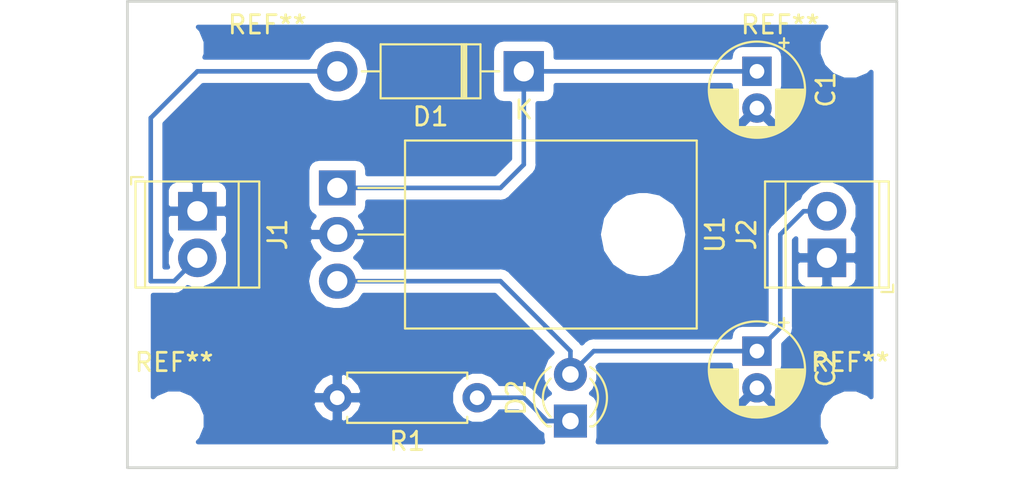
<source format=kicad_pcb>
(kicad_pcb (version 20171130) (host pcbnew 5.0.2+dfsg1-1)

  (general
    (thickness 1.6)
    (drawings 4)
    (tracks 21)
    (zones 0)
    (modules 12)
    (nets 6)
  )

  (page A4)
  (layers
    (0 F.Cu signal)
    (31 B.Cu signal)
    (32 B.Adhes user)
    (33 F.Adhes user)
    (34 B.Paste user)
    (35 F.Paste user)
    (36 B.SilkS user)
    (37 F.SilkS user)
    (38 B.Mask user)
    (39 F.Mask user)
    (40 Dwgs.User user)
    (41 Cmts.User user)
    (42 Eco1.User user)
    (43 Eco2.User user)
    (44 Edge.Cuts user)
    (45 Margin user)
    (46 B.CrtYd user)
    (47 F.CrtYd user)
    (48 B.Fab user)
    (49 F.Fab user)
  )

  (setup
    (last_trace_width 0.25)
    (trace_clearance 0.2)
    (zone_clearance 0.508)
    (zone_45_only no)
    (trace_min 0.2)
    (segment_width 0.2)
    (edge_width 0.15)
    (via_size 0.8)
    (via_drill 0.4)
    (via_min_size 0.4)
    (via_min_drill 0.3)
    (uvia_size 0.3)
    (uvia_drill 0.1)
    (uvias_allowed no)
    (uvia_min_size 0.2)
    (uvia_min_drill 0.1)
    (pcb_text_width 0.3)
    (pcb_text_size 1.5 1.5)
    (mod_edge_width 0.15)
    (mod_text_size 1 1)
    (mod_text_width 0.15)
    (pad_size 1.524 1.524)
    (pad_drill 0.762)
    (pad_to_mask_clearance 0.051)
    (solder_mask_min_width 0.25)
    (aux_axis_origin 0 0)
    (visible_elements FFFFFF7F)
    (pcbplotparams
      (layerselection 0x010fc_ffffffff)
      (usegerberextensions false)
      (usegerberattributes false)
      (usegerberadvancedattributes false)
      (creategerberjobfile false)
      (excludeedgelayer true)
      (linewidth 0.100000)
      (plotframeref false)
      (viasonmask false)
      (mode 1)
      (useauxorigin false)
      (hpglpennumber 1)
      (hpglpenspeed 20)
      (hpglpendiameter 15.000000)
      (psnegative false)
      (psa4output false)
      (plotreference true)
      (plotvalue true)
      (plotinvisibletext false)
      (padsonsilk false)
      (subtractmaskfromsilk false)
      (outputformat 1)
      (mirror false)
      (drillshape 1)
      (scaleselection 1)
      (outputdirectory ""))
  )

  (net 0 "")
  (net 1 "Net-(C1-Pad1)")
  (net 2 GND)
  (net 3 "Net-(D2-Pad1)")
  (net 4 +5V)
  (net 5 +12V)

  (net_class Default "To jest domyślna klasa połączeń."
    (clearance 0.2)
    (trace_width 0.25)
    (via_dia 0.8)
    (via_drill 0.4)
    (uvia_dia 0.3)
    (uvia_drill 0.1)
    (add_net +12V)
    (add_net +5V)
    (add_net GND)
    (add_net "Net-(C1-Pad1)")
    (add_net "Net-(D2-Pad1)")
  )

  (module Package_TO_SOT_THT:TO-220-3_Horizontal_TabDown (layer F.Cu) (tedit 5AC8BA0D) (tstamp 600126A6)
    (at 60.96 48.26 270)
    (descr "TO-220-3, Horizontal, RM 2.54mm, see https://www.vishay.com/docs/66542/to-220-1.pdf")
    (tags "TO-220-3 Horizontal RM 2.54mm")
    (path /5FF2F16F)
    (fp_text reference U1 (at 2.54 -20.58 270) (layer F.SilkS)
      (effects (font (size 1 1) (thickness 0.15)))
    )
    (fp_text value LM7805_TO220 (at 2.54 2 270) (layer F.Fab)
      (effects (font (size 1 1) (thickness 0.15)))
    )
    (fp_circle (center 2.54 -16.66) (end 4.39 -16.66) (layer F.Fab) (width 0.1))
    (fp_line (start -2.46 -13.06) (end -2.46 -19.46) (layer F.Fab) (width 0.1))
    (fp_line (start -2.46 -19.46) (end 7.54 -19.46) (layer F.Fab) (width 0.1))
    (fp_line (start 7.54 -19.46) (end 7.54 -13.06) (layer F.Fab) (width 0.1))
    (fp_line (start 7.54 -13.06) (end -2.46 -13.06) (layer F.Fab) (width 0.1))
    (fp_line (start -2.46 -3.81) (end -2.46 -13.06) (layer F.Fab) (width 0.1))
    (fp_line (start -2.46 -13.06) (end 7.54 -13.06) (layer F.Fab) (width 0.1))
    (fp_line (start 7.54 -13.06) (end 7.54 -3.81) (layer F.Fab) (width 0.1))
    (fp_line (start 7.54 -3.81) (end -2.46 -3.81) (layer F.Fab) (width 0.1))
    (fp_line (start 0 -3.81) (end 0 0) (layer F.Fab) (width 0.1))
    (fp_line (start 2.54 -3.81) (end 2.54 0) (layer F.Fab) (width 0.1))
    (fp_line (start 5.08 -3.81) (end 5.08 0) (layer F.Fab) (width 0.1))
    (fp_line (start -2.58 -3.69) (end 7.66 -3.69) (layer F.SilkS) (width 0.12))
    (fp_line (start -2.58 -19.58) (end 7.66 -19.58) (layer F.SilkS) (width 0.12))
    (fp_line (start -2.58 -19.58) (end -2.58 -3.69) (layer F.SilkS) (width 0.12))
    (fp_line (start 7.66 -19.58) (end 7.66 -3.69) (layer F.SilkS) (width 0.12))
    (fp_line (start 0 -3.69) (end 0 -1.15) (layer F.SilkS) (width 0.12))
    (fp_line (start 2.54 -3.69) (end 2.54 -1.15) (layer F.SilkS) (width 0.12))
    (fp_line (start 5.08 -3.69) (end 5.08 -1.15) (layer F.SilkS) (width 0.12))
    (fp_line (start -2.71 -19.71) (end -2.71 1.25) (layer F.CrtYd) (width 0.05))
    (fp_line (start -2.71 1.25) (end 7.79 1.25) (layer F.CrtYd) (width 0.05))
    (fp_line (start 7.79 1.25) (end 7.79 -19.71) (layer F.CrtYd) (width 0.05))
    (fp_line (start 7.79 -19.71) (end -2.71 -19.71) (layer F.CrtYd) (width 0.05))
    (fp_text user %R (at 2.54 -20.58 270) (layer F.Fab)
      (effects (font (size 1 1) (thickness 0.15)))
    )
    (pad "" np_thru_hole oval (at 2.54 -16.66 270) (size 3.5 3.5) (drill 3.5) (layers *.Cu *.Mask))
    (pad 1 thru_hole rect (at 0 0 270) (size 1.905 2) (drill 1.1) (layers *.Cu *.Mask)
      (net 1 "Net-(C1-Pad1)"))
    (pad 2 thru_hole oval (at 2.54 0 270) (size 1.905 2) (drill 1.1) (layers *.Cu *.Mask)
      (net 2 GND))
    (pad 3 thru_hole oval (at 5.08 0 270) (size 1.905 2) (drill 1.1) (layers *.Cu *.Mask)
      (net 4 +5V))
    (model ${KISYS3DMOD}/Package_TO_SOT_THT.3dshapes/TO-220-3_Horizontal_TabDown.wrl
      (at (xyz 0 0 0))
      (scale (xyz 1 1 1))
      (rotate (xyz 0 0 0))
    )
  )

  (module Capacitor_THT:CP_Radial_D5.0mm_P2.00mm (layer F.Cu) (tedit 5AE50EF0) (tstamp 6000F903)
    (at 83.82 41.91 270)
    (descr "CP, Radial series, Radial, pin pitch=2.00mm, , diameter=5mm, Electrolytic Capacitor")
    (tags "CP Radial series Radial pin pitch 2.00mm  diameter 5mm Electrolytic Capacitor")
    (path /5FF4657A)
    (fp_text reference C1 (at 1 -3.75 270) (layer F.SilkS)
      (effects (font (size 1 1) (thickness 0.15)))
    )
    (fp_text value 220uF (at 1 3.75 270) (layer F.Fab)
      (effects (font (size 1 1) (thickness 0.15)))
    )
    (fp_circle (center 1 0) (end 3.5 0) (layer F.Fab) (width 0.1))
    (fp_circle (center 1 0) (end 3.62 0) (layer F.SilkS) (width 0.12))
    (fp_circle (center 1 0) (end 3.75 0) (layer F.CrtYd) (width 0.05))
    (fp_line (start -1.133605 -1.0875) (end -0.633605 -1.0875) (layer F.Fab) (width 0.1))
    (fp_line (start -0.883605 -1.3375) (end -0.883605 -0.8375) (layer F.Fab) (width 0.1))
    (fp_line (start 1 1.04) (end 1 2.58) (layer F.SilkS) (width 0.12))
    (fp_line (start 1 -2.58) (end 1 -1.04) (layer F.SilkS) (width 0.12))
    (fp_line (start 1.04 1.04) (end 1.04 2.58) (layer F.SilkS) (width 0.12))
    (fp_line (start 1.04 -2.58) (end 1.04 -1.04) (layer F.SilkS) (width 0.12))
    (fp_line (start 1.08 -2.579) (end 1.08 -1.04) (layer F.SilkS) (width 0.12))
    (fp_line (start 1.08 1.04) (end 1.08 2.579) (layer F.SilkS) (width 0.12))
    (fp_line (start 1.12 -2.578) (end 1.12 -1.04) (layer F.SilkS) (width 0.12))
    (fp_line (start 1.12 1.04) (end 1.12 2.578) (layer F.SilkS) (width 0.12))
    (fp_line (start 1.16 -2.576) (end 1.16 -1.04) (layer F.SilkS) (width 0.12))
    (fp_line (start 1.16 1.04) (end 1.16 2.576) (layer F.SilkS) (width 0.12))
    (fp_line (start 1.2 -2.573) (end 1.2 -1.04) (layer F.SilkS) (width 0.12))
    (fp_line (start 1.2 1.04) (end 1.2 2.573) (layer F.SilkS) (width 0.12))
    (fp_line (start 1.24 -2.569) (end 1.24 -1.04) (layer F.SilkS) (width 0.12))
    (fp_line (start 1.24 1.04) (end 1.24 2.569) (layer F.SilkS) (width 0.12))
    (fp_line (start 1.28 -2.565) (end 1.28 -1.04) (layer F.SilkS) (width 0.12))
    (fp_line (start 1.28 1.04) (end 1.28 2.565) (layer F.SilkS) (width 0.12))
    (fp_line (start 1.32 -2.561) (end 1.32 -1.04) (layer F.SilkS) (width 0.12))
    (fp_line (start 1.32 1.04) (end 1.32 2.561) (layer F.SilkS) (width 0.12))
    (fp_line (start 1.36 -2.556) (end 1.36 -1.04) (layer F.SilkS) (width 0.12))
    (fp_line (start 1.36 1.04) (end 1.36 2.556) (layer F.SilkS) (width 0.12))
    (fp_line (start 1.4 -2.55) (end 1.4 -1.04) (layer F.SilkS) (width 0.12))
    (fp_line (start 1.4 1.04) (end 1.4 2.55) (layer F.SilkS) (width 0.12))
    (fp_line (start 1.44 -2.543) (end 1.44 -1.04) (layer F.SilkS) (width 0.12))
    (fp_line (start 1.44 1.04) (end 1.44 2.543) (layer F.SilkS) (width 0.12))
    (fp_line (start 1.48 -2.536) (end 1.48 -1.04) (layer F.SilkS) (width 0.12))
    (fp_line (start 1.48 1.04) (end 1.48 2.536) (layer F.SilkS) (width 0.12))
    (fp_line (start 1.52 -2.528) (end 1.52 -1.04) (layer F.SilkS) (width 0.12))
    (fp_line (start 1.52 1.04) (end 1.52 2.528) (layer F.SilkS) (width 0.12))
    (fp_line (start 1.56 -2.52) (end 1.56 -1.04) (layer F.SilkS) (width 0.12))
    (fp_line (start 1.56 1.04) (end 1.56 2.52) (layer F.SilkS) (width 0.12))
    (fp_line (start 1.6 -2.511) (end 1.6 -1.04) (layer F.SilkS) (width 0.12))
    (fp_line (start 1.6 1.04) (end 1.6 2.511) (layer F.SilkS) (width 0.12))
    (fp_line (start 1.64 -2.501) (end 1.64 -1.04) (layer F.SilkS) (width 0.12))
    (fp_line (start 1.64 1.04) (end 1.64 2.501) (layer F.SilkS) (width 0.12))
    (fp_line (start 1.68 -2.491) (end 1.68 -1.04) (layer F.SilkS) (width 0.12))
    (fp_line (start 1.68 1.04) (end 1.68 2.491) (layer F.SilkS) (width 0.12))
    (fp_line (start 1.721 -2.48) (end 1.721 -1.04) (layer F.SilkS) (width 0.12))
    (fp_line (start 1.721 1.04) (end 1.721 2.48) (layer F.SilkS) (width 0.12))
    (fp_line (start 1.761 -2.468) (end 1.761 -1.04) (layer F.SilkS) (width 0.12))
    (fp_line (start 1.761 1.04) (end 1.761 2.468) (layer F.SilkS) (width 0.12))
    (fp_line (start 1.801 -2.455) (end 1.801 -1.04) (layer F.SilkS) (width 0.12))
    (fp_line (start 1.801 1.04) (end 1.801 2.455) (layer F.SilkS) (width 0.12))
    (fp_line (start 1.841 -2.442) (end 1.841 -1.04) (layer F.SilkS) (width 0.12))
    (fp_line (start 1.841 1.04) (end 1.841 2.442) (layer F.SilkS) (width 0.12))
    (fp_line (start 1.881 -2.428) (end 1.881 -1.04) (layer F.SilkS) (width 0.12))
    (fp_line (start 1.881 1.04) (end 1.881 2.428) (layer F.SilkS) (width 0.12))
    (fp_line (start 1.921 -2.414) (end 1.921 -1.04) (layer F.SilkS) (width 0.12))
    (fp_line (start 1.921 1.04) (end 1.921 2.414) (layer F.SilkS) (width 0.12))
    (fp_line (start 1.961 -2.398) (end 1.961 -1.04) (layer F.SilkS) (width 0.12))
    (fp_line (start 1.961 1.04) (end 1.961 2.398) (layer F.SilkS) (width 0.12))
    (fp_line (start 2.001 -2.382) (end 2.001 -1.04) (layer F.SilkS) (width 0.12))
    (fp_line (start 2.001 1.04) (end 2.001 2.382) (layer F.SilkS) (width 0.12))
    (fp_line (start 2.041 -2.365) (end 2.041 -1.04) (layer F.SilkS) (width 0.12))
    (fp_line (start 2.041 1.04) (end 2.041 2.365) (layer F.SilkS) (width 0.12))
    (fp_line (start 2.081 -2.348) (end 2.081 -1.04) (layer F.SilkS) (width 0.12))
    (fp_line (start 2.081 1.04) (end 2.081 2.348) (layer F.SilkS) (width 0.12))
    (fp_line (start 2.121 -2.329) (end 2.121 -1.04) (layer F.SilkS) (width 0.12))
    (fp_line (start 2.121 1.04) (end 2.121 2.329) (layer F.SilkS) (width 0.12))
    (fp_line (start 2.161 -2.31) (end 2.161 -1.04) (layer F.SilkS) (width 0.12))
    (fp_line (start 2.161 1.04) (end 2.161 2.31) (layer F.SilkS) (width 0.12))
    (fp_line (start 2.201 -2.29) (end 2.201 -1.04) (layer F.SilkS) (width 0.12))
    (fp_line (start 2.201 1.04) (end 2.201 2.29) (layer F.SilkS) (width 0.12))
    (fp_line (start 2.241 -2.268) (end 2.241 -1.04) (layer F.SilkS) (width 0.12))
    (fp_line (start 2.241 1.04) (end 2.241 2.268) (layer F.SilkS) (width 0.12))
    (fp_line (start 2.281 -2.247) (end 2.281 -1.04) (layer F.SilkS) (width 0.12))
    (fp_line (start 2.281 1.04) (end 2.281 2.247) (layer F.SilkS) (width 0.12))
    (fp_line (start 2.321 -2.224) (end 2.321 -1.04) (layer F.SilkS) (width 0.12))
    (fp_line (start 2.321 1.04) (end 2.321 2.224) (layer F.SilkS) (width 0.12))
    (fp_line (start 2.361 -2.2) (end 2.361 -1.04) (layer F.SilkS) (width 0.12))
    (fp_line (start 2.361 1.04) (end 2.361 2.2) (layer F.SilkS) (width 0.12))
    (fp_line (start 2.401 -2.175) (end 2.401 -1.04) (layer F.SilkS) (width 0.12))
    (fp_line (start 2.401 1.04) (end 2.401 2.175) (layer F.SilkS) (width 0.12))
    (fp_line (start 2.441 -2.149) (end 2.441 -1.04) (layer F.SilkS) (width 0.12))
    (fp_line (start 2.441 1.04) (end 2.441 2.149) (layer F.SilkS) (width 0.12))
    (fp_line (start 2.481 -2.122) (end 2.481 -1.04) (layer F.SilkS) (width 0.12))
    (fp_line (start 2.481 1.04) (end 2.481 2.122) (layer F.SilkS) (width 0.12))
    (fp_line (start 2.521 -2.095) (end 2.521 -1.04) (layer F.SilkS) (width 0.12))
    (fp_line (start 2.521 1.04) (end 2.521 2.095) (layer F.SilkS) (width 0.12))
    (fp_line (start 2.561 -2.065) (end 2.561 -1.04) (layer F.SilkS) (width 0.12))
    (fp_line (start 2.561 1.04) (end 2.561 2.065) (layer F.SilkS) (width 0.12))
    (fp_line (start 2.601 -2.035) (end 2.601 -1.04) (layer F.SilkS) (width 0.12))
    (fp_line (start 2.601 1.04) (end 2.601 2.035) (layer F.SilkS) (width 0.12))
    (fp_line (start 2.641 -2.004) (end 2.641 -1.04) (layer F.SilkS) (width 0.12))
    (fp_line (start 2.641 1.04) (end 2.641 2.004) (layer F.SilkS) (width 0.12))
    (fp_line (start 2.681 -1.971) (end 2.681 -1.04) (layer F.SilkS) (width 0.12))
    (fp_line (start 2.681 1.04) (end 2.681 1.971) (layer F.SilkS) (width 0.12))
    (fp_line (start 2.721 -1.937) (end 2.721 -1.04) (layer F.SilkS) (width 0.12))
    (fp_line (start 2.721 1.04) (end 2.721 1.937) (layer F.SilkS) (width 0.12))
    (fp_line (start 2.761 -1.901) (end 2.761 -1.04) (layer F.SilkS) (width 0.12))
    (fp_line (start 2.761 1.04) (end 2.761 1.901) (layer F.SilkS) (width 0.12))
    (fp_line (start 2.801 -1.864) (end 2.801 -1.04) (layer F.SilkS) (width 0.12))
    (fp_line (start 2.801 1.04) (end 2.801 1.864) (layer F.SilkS) (width 0.12))
    (fp_line (start 2.841 -1.826) (end 2.841 -1.04) (layer F.SilkS) (width 0.12))
    (fp_line (start 2.841 1.04) (end 2.841 1.826) (layer F.SilkS) (width 0.12))
    (fp_line (start 2.881 -1.785) (end 2.881 -1.04) (layer F.SilkS) (width 0.12))
    (fp_line (start 2.881 1.04) (end 2.881 1.785) (layer F.SilkS) (width 0.12))
    (fp_line (start 2.921 -1.743) (end 2.921 -1.04) (layer F.SilkS) (width 0.12))
    (fp_line (start 2.921 1.04) (end 2.921 1.743) (layer F.SilkS) (width 0.12))
    (fp_line (start 2.961 -1.699) (end 2.961 -1.04) (layer F.SilkS) (width 0.12))
    (fp_line (start 2.961 1.04) (end 2.961 1.699) (layer F.SilkS) (width 0.12))
    (fp_line (start 3.001 -1.653) (end 3.001 -1.04) (layer F.SilkS) (width 0.12))
    (fp_line (start 3.001 1.04) (end 3.001 1.653) (layer F.SilkS) (width 0.12))
    (fp_line (start 3.041 -1.605) (end 3.041 1.605) (layer F.SilkS) (width 0.12))
    (fp_line (start 3.081 -1.554) (end 3.081 1.554) (layer F.SilkS) (width 0.12))
    (fp_line (start 3.121 -1.5) (end 3.121 1.5) (layer F.SilkS) (width 0.12))
    (fp_line (start 3.161 -1.443) (end 3.161 1.443) (layer F.SilkS) (width 0.12))
    (fp_line (start 3.201 -1.383) (end 3.201 1.383) (layer F.SilkS) (width 0.12))
    (fp_line (start 3.241 -1.319) (end 3.241 1.319) (layer F.SilkS) (width 0.12))
    (fp_line (start 3.281 -1.251) (end 3.281 1.251) (layer F.SilkS) (width 0.12))
    (fp_line (start 3.321 -1.178) (end 3.321 1.178) (layer F.SilkS) (width 0.12))
    (fp_line (start 3.361 -1.098) (end 3.361 1.098) (layer F.SilkS) (width 0.12))
    (fp_line (start 3.401 -1.011) (end 3.401 1.011) (layer F.SilkS) (width 0.12))
    (fp_line (start 3.441 -0.915) (end 3.441 0.915) (layer F.SilkS) (width 0.12))
    (fp_line (start 3.481 -0.805) (end 3.481 0.805) (layer F.SilkS) (width 0.12))
    (fp_line (start 3.521 -0.677) (end 3.521 0.677) (layer F.SilkS) (width 0.12))
    (fp_line (start 3.561 -0.518) (end 3.561 0.518) (layer F.SilkS) (width 0.12))
    (fp_line (start 3.601 -0.284) (end 3.601 0.284) (layer F.SilkS) (width 0.12))
    (fp_line (start -1.804775 -1.475) (end -1.304775 -1.475) (layer F.SilkS) (width 0.12))
    (fp_line (start -1.554775 -1.725) (end -1.554775 -1.225) (layer F.SilkS) (width 0.12))
    (fp_text user %R (at 1 0 270) (layer F.Fab)
      (effects (font (size 1 1) (thickness 0.15)))
    )
    (pad 1 thru_hole rect (at 0 0 270) (size 1.6 1.6) (drill 0.8) (layers *.Cu *.Mask)
      (net 1 "Net-(C1-Pad1)"))
    (pad 2 thru_hole circle (at 2 0 270) (size 1.6 1.6) (drill 0.8) (layers *.Cu *.Mask)
      (net 2 GND))
    (model ${KISYS3DMOD}/Capacitor_THT.3dshapes/CP_Radial_D5.0mm_P2.00mm.wrl
      (at (xyz 0 0 0))
      (scale (xyz 1 1 1))
      (rotate (xyz 0 0 0))
    )
  )

  (module Capacitor_THT:CP_Radial_D5.0mm_P2.00mm (layer F.Cu) (tedit 5AE50EF0) (tstamp 6000F986)
    (at 83.82 57.15 270)
    (descr "CP, Radial series, Radial, pin pitch=2.00mm, , diameter=5mm, Electrolytic Capacitor")
    (tags "CP Radial series Radial pin pitch 2.00mm  diameter 5mm Electrolytic Capacitor")
    (path /5FF466A4)
    (fp_text reference C2 (at 1 -3.75 270) (layer F.SilkS)
      (effects (font (size 1 1) (thickness 0.15)))
    )
    (fp_text value 10nF (at 1 3.75 270) (layer F.Fab)
      (effects (font (size 1 1) (thickness 0.15)))
    )
    (fp_text user %R (at 1 0 270) (layer F.Fab)
      (effects (font (size 1 1) (thickness 0.15)))
    )
    (fp_line (start -1.554775 -1.725) (end -1.554775 -1.225) (layer F.SilkS) (width 0.12))
    (fp_line (start -1.804775 -1.475) (end -1.304775 -1.475) (layer F.SilkS) (width 0.12))
    (fp_line (start 3.601 -0.284) (end 3.601 0.284) (layer F.SilkS) (width 0.12))
    (fp_line (start 3.561 -0.518) (end 3.561 0.518) (layer F.SilkS) (width 0.12))
    (fp_line (start 3.521 -0.677) (end 3.521 0.677) (layer F.SilkS) (width 0.12))
    (fp_line (start 3.481 -0.805) (end 3.481 0.805) (layer F.SilkS) (width 0.12))
    (fp_line (start 3.441 -0.915) (end 3.441 0.915) (layer F.SilkS) (width 0.12))
    (fp_line (start 3.401 -1.011) (end 3.401 1.011) (layer F.SilkS) (width 0.12))
    (fp_line (start 3.361 -1.098) (end 3.361 1.098) (layer F.SilkS) (width 0.12))
    (fp_line (start 3.321 -1.178) (end 3.321 1.178) (layer F.SilkS) (width 0.12))
    (fp_line (start 3.281 -1.251) (end 3.281 1.251) (layer F.SilkS) (width 0.12))
    (fp_line (start 3.241 -1.319) (end 3.241 1.319) (layer F.SilkS) (width 0.12))
    (fp_line (start 3.201 -1.383) (end 3.201 1.383) (layer F.SilkS) (width 0.12))
    (fp_line (start 3.161 -1.443) (end 3.161 1.443) (layer F.SilkS) (width 0.12))
    (fp_line (start 3.121 -1.5) (end 3.121 1.5) (layer F.SilkS) (width 0.12))
    (fp_line (start 3.081 -1.554) (end 3.081 1.554) (layer F.SilkS) (width 0.12))
    (fp_line (start 3.041 -1.605) (end 3.041 1.605) (layer F.SilkS) (width 0.12))
    (fp_line (start 3.001 1.04) (end 3.001 1.653) (layer F.SilkS) (width 0.12))
    (fp_line (start 3.001 -1.653) (end 3.001 -1.04) (layer F.SilkS) (width 0.12))
    (fp_line (start 2.961 1.04) (end 2.961 1.699) (layer F.SilkS) (width 0.12))
    (fp_line (start 2.961 -1.699) (end 2.961 -1.04) (layer F.SilkS) (width 0.12))
    (fp_line (start 2.921 1.04) (end 2.921 1.743) (layer F.SilkS) (width 0.12))
    (fp_line (start 2.921 -1.743) (end 2.921 -1.04) (layer F.SilkS) (width 0.12))
    (fp_line (start 2.881 1.04) (end 2.881 1.785) (layer F.SilkS) (width 0.12))
    (fp_line (start 2.881 -1.785) (end 2.881 -1.04) (layer F.SilkS) (width 0.12))
    (fp_line (start 2.841 1.04) (end 2.841 1.826) (layer F.SilkS) (width 0.12))
    (fp_line (start 2.841 -1.826) (end 2.841 -1.04) (layer F.SilkS) (width 0.12))
    (fp_line (start 2.801 1.04) (end 2.801 1.864) (layer F.SilkS) (width 0.12))
    (fp_line (start 2.801 -1.864) (end 2.801 -1.04) (layer F.SilkS) (width 0.12))
    (fp_line (start 2.761 1.04) (end 2.761 1.901) (layer F.SilkS) (width 0.12))
    (fp_line (start 2.761 -1.901) (end 2.761 -1.04) (layer F.SilkS) (width 0.12))
    (fp_line (start 2.721 1.04) (end 2.721 1.937) (layer F.SilkS) (width 0.12))
    (fp_line (start 2.721 -1.937) (end 2.721 -1.04) (layer F.SilkS) (width 0.12))
    (fp_line (start 2.681 1.04) (end 2.681 1.971) (layer F.SilkS) (width 0.12))
    (fp_line (start 2.681 -1.971) (end 2.681 -1.04) (layer F.SilkS) (width 0.12))
    (fp_line (start 2.641 1.04) (end 2.641 2.004) (layer F.SilkS) (width 0.12))
    (fp_line (start 2.641 -2.004) (end 2.641 -1.04) (layer F.SilkS) (width 0.12))
    (fp_line (start 2.601 1.04) (end 2.601 2.035) (layer F.SilkS) (width 0.12))
    (fp_line (start 2.601 -2.035) (end 2.601 -1.04) (layer F.SilkS) (width 0.12))
    (fp_line (start 2.561 1.04) (end 2.561 2.065) (layer F.SilkS) (width 0.12))
    (fp_line (start 2.561 -2.065) (end 2.561 -1.04) (layer F.SilkS) (width 0.12))
    (fp_line (start 2.521 1.04) (end 2.521 2.095) (layer F.SilkS) (width 0.12))
    (fp_line (start 2.521 -2.095) (end 2.521 -1.04) (layer F.SilkS) (width 0.12))
    (fp_line (start 2.481 1.04) (end 2.481 2.122) (layer F.SilkS) (width 0.12))
    (fp_line (start 2.481 -2.122) (end 2.481 -1.04) (layer F.SilkS) (width 0.12))
    (fp_line (start 2.441 1.04) (end 2.441 2.149) (layer F.SilkS) (width 0.12))
    (fp_line (start 2.441 -2.149) (end 2.441 -1.04) (layer F.SilkS) (width 0.12))
    (fp_line (start 2.401 1.04) (end 2.401 2.175) (layer F.SilkS) (width 0.12))
    (fp_line (start 2.401 -2.175) (end 2.401 -1.04) (layer F.SilkS) (width 0.12))
    (fp_line (start 2.361 1.04) (end 2.361 2.2) (layer F.SilkS) (width 0.12))
    (fp_line (start 2.361 -2.2) (end 2.361 -1.04) (layer F.SilkS) (width 0.12))
    (fp_line (start 2.321 1.04) (end 2.321 2.224) (layer F.SilkS) (width 0.12))
    (fp_line (start 2.321 -2.224) (end 2.321 -1.04) (layer F.SilkS) (width 0.12))
    (fp_line (start 2.281 1.04) (end 2.281 2.247) (layer F.SilkS) (width 0.12))
    (fp_line (start 2.281 -2.247) (end 2.281 -1.04) (layer F.SilkS) (width 0.12))
    (fp_line (start 2.241 1.04) (end 2.241 2.268) (layer F.SilkS) (width 0.12))
    (fp_line (start 2.241 -2.268) (end 2.241 -1.04) (layer F.SilkS) (width 0.12))
    (fp_line (start 2.201 1.04) (end 2.201 2.29) (layer F.SilkS) (width 0.12))
    (fp_line (start 2.201 -2.29) (end 2.201 -1.04) (layer F.SilkS) (width 0.12))
    (fp_line (start 2.161 1.04) (end 2.161 2.31) (layer F.SilkS) (width 0.12))
    (fp_line (start 2.161 -2.31) (end 2.161 -1.04) (layer F.SilkS) (width 0.12))
    (fp_line (start 2.121 1.04) (end 2.121 2.329) (layer F.SilkS) (width 0.12))
    (fp_line (start 2.121 -2.329) (end 2.121 -1.04) (layer F.SilkS) (width 0.12))
    (fp_line (start 2.081 1.04) (end 2.081 2.348) (layer F.SilkS) (width 0.12))
    (fp_line (start 2.081 -2.348) (end 2.081 -1.04) (layer F.SilkS) (width 0.12))
    (fp_line (start 2.041 1.04) (end 2.041 2.365) (layer F.SilkS) (width 0.12))
    (fp_line (start 2.041 -2.365) (end 2.041 -1.04) (layer F.SilkS) (width 0.12))
    (fp_line (start 2.001 1.04) (end 2.001 2.382) (layer F.SilkS) (width 0.12))
    (fp_line (start 2.001 -2.382) (end 2.001 -1.04) (layer F.SilkS) (width 0.12))
    (fp_line (start 1.961 1.04) (end 1.961 2.398) (layer F.SilkS) (width 0.12))
    (fp_line (start 1.961 -2.398) (end 1.961 -1.04) (layer F.SilkS) (width 0.12))
    (fp_line (start 1.921 1.04) (end 1.921 2.414) (layer F.SilkS) (width 0.12))
    (fp_line (start 1.921 -2.414) (end 1.921 -1.04) (layer F.SilkS) (width 0.12))
    (fp_line (start 1.881 1.04) (end 1.881 2.428) (layer F.SilkS) (width 0.12))
    (fp_line (start 1.881 -2.428) (end 1.881 -1.04) (layer F.SilkS) (width 0.12))
    (fp_line (start 1.841 1.04) (end 1.841 2.442) (layer F.SilkS) (width 0.12))
    (fp_line (start 1.841 -2.442) (end 1.841 -1.04) (layer F.SilkS) (width 0.12))
    (fp_line (start 1.801 1.04) (end 1.801 2.455) (layer F.SilkS) (width 0.12))
    (fp_line (start 1.801 -2.455) (end 1.801 -1.04) (layer F.SilkS) (width 0.12))
    (fp_line (start 1.761 1.04) (end 1.761 2.468) (layer F.SilkS) (width 0.12))
    (fp_line (start 1.761 -2.468) (end 1.761 -1.04) (layer F.SilkS) (width 0.12))
    (fp_line (start 1.721 1.04) (end 1.721 2.48) (layer F.SilkS) (width 0.12))
    (fp_line (start 1.721 -2.48) (end 1.721 -1.04) (layer F.SilkS) (width 0.12))
    (fp_line (start 1.68 1.04) (end 1.68 2.491) (layer F.SilkS) (width 0.12))
    (fp_line (start 1.68 -2.491) (end 1.68 -1.04) (layer F.SilkS) (width 0.12))
    (fp_line (start 1.64 1.04) (end 1.64 2.501) (layer F.SilkS) (width 0.12))
    (fp_line (start 1.64 -2.501) (end 1.64 -1.04) (layer F.SilkS) (width 0.12))
    (fp_line (start 1.6 1.04) (end 1.6 2.511) (layer F.SilkS) (width 0.12))
    (fp_line (start 1.6 -2.511) (end 1.6 -1.04) (layer F.SilkS) (width 0.12))
    (fp_line (start 1.56 1.04) (end 1.56 2.52) (layer F.SilkS) (width 0.12))
    (fp_line (start 1.56 -2.52) (end 1.56 -1.04) (layer F.SilkS) (width 0.12))
    (fp_line (start 1.52 1.04) (end 1.52 2.528) (layer F.SilkS) (width 0.12))
    (fp_line (start 1.52 -2.528) (end 1.52 -1.04) (layer F.SilkS) (width 0.12))
    (fp_line (start 1.48 1.04) (end 1.48 2.536) (layer F.SilkS) (width 0.12))
    (fp_line (start 1.48 -2.536) (end 1.48 -1.04) (layer F.SilkS) (width 0.12))
    (fp_line (start 1.44 1.04) (end 1.44 2.543) (layer F.SilkS) (width 0.12))
    (fp_line (start 1.44 -2.543) (end 1.44 -1.04) (layer F.SilkS) (width 0.12))
    (fp_line (start 1.4 1.04) (end 1.4 2.55) (layer F.SilkS) (width 0.12))
    (fp_line (start 1.4 -2.55) (end 1.4 -1.04) (layer F.SilkS) (width 0.12))
    (fp_line (start 1.36 1.04) (end 1.36 2.556) (layer F.SilkS) (width 0.12))
    (fp_line (start 1.36 -2.556) (end 1.36 -1.04) (layer F.SilkS) (width 0.12))
    (fp_line (start 1.32 1.04) (end 1.32 2.561) (layer F.SilkS) (width 0.12))
    (fp_line (start 1.32 -2.561) (end 1.32 -1.04) (layer F.SilkS) (width 0.12))
    (fp_line (start 1.28 1.04) (end 1.28 2.565) (layer F.SilkS) (width 0.12))
    (fp_line (start 1.28 -2.565) (end 1.28 -1.04) (layer F.SilkS) (width 0.12))
    (fp_line (start 1.24 1.04) (end 1.24 2.569) (layer F.SilkS) (width 0.12))
    (fp_line (start 1.24 -2.569) (end 1.24 -1.04) (layer F.SilkS) (width 0.12))
    (fp_line (start 1.2 1.04) (end 1.2 2.573) (layer F.SilkS) (width 0.12))
    (fp_line (start 1.2 -2.573) (end 1.2 -1.04) (layer F.SilkS) (width 0.12))
    (fp_line (start 1.16 1.04) (end 1.16 2.576) (layer F.SilkS) (width 0.12))
    (fp_line (start 1.16 -2.576) (end 1.16 -1.04) (layer F.SilkS) (width 0.12))
    (fp_line (start 1.12 1.04) (end 1.12 2.578) (layer F.SilkS) (width 0.12))
    (fp_line (start 1.12 -2.578) (end 1.12 -1.04) (layer F.SilkS) (width 0.12))
    (fp_line (start 1.08 1.04) (end 1.08 2.579) (layer F.SilkS) (width 0.12))
    (fp_line (start 1.08 -2.579) (end 1.08 -1.04) (layer F.SilkS) (width 0.12))
    (fp_line (start 1.04 -2.58) (end 1.04 -1.04) (layer F.SilkS) (width 0.12))
    (fp_line (start 1.04 1.04) (end 1.04 2.58) (layer F.SilkS) (width 0.12))
    (fp_line (start 1 -2.58) (end 1 -1.04) (layer F.SilkS) (width 0.12))
    (fp_line (start 1 1.04) (end 1 2.58) (layer F.SilkS) (width 0.12))
    (fp_line (start -0.883605 -1.3375) (end -0.883605 -0.8375) (layer F.Fab) (width 0.1))
    (fp_line (start -1.133605 -1.0875) (end -0.633605 -1.0875) (layer F.Fab) (width 0.1))
    (fp_circle (center 1 0) (end 3.75 0) (layer F.CrtYd) (width 0.05))
    (fp_circle (center 1 0) (end 3.62 0) (layer F.SilkS) (width 0.12))
    (fp_circle (center 1 0) (end 3.5 0) (layer F.Fab) (width 0.1))
    (pad 2 thru_hole circle (at 2 0 270) (size 1.6 1.6) (drill 0.8) (layers *.Cu *.Mask)
      (net 2 GND))
    (pad 1 thru_hole rect (at 0 0 270) (size 1.6 1.6) (drill 0.8) (layers *.Cu *.Mask)
      (net 4 +5V))
    (model ${KISYS3DMOD}/Capacitor_THT.3dshapes/CP_Radial_D5.0mm_P2.00mm.wrl
      (at (xyz 0 0 0))
      (scale (xyz 1 1 1))
      (rotate (xyz 0 0 0))
    )
  )

  (module Diode_THT:D_DO-41_SOD81_P10.16mm_Horizontal (layer F.Cu) (tedit 5AE50CD5) (tstamp 6000F9A5)
    (at 71.12 41.91 180)
    (descr "Diode, DO-41_SOD81 series, Axial, Horizontal, pin pitch=10.16mm, , length*diameter=5.2*2.7mm^2, , http://www.diodes.com/_files/packages/DO-41%20(Plastic).pdf")
    (tags "Diode DO-41_SOD81 series Axial Horizontal pin pitch 10.16mm  length 5.2mm diameter 2.7mm")
    (path /5FF479D5)
    (fp_text reference D1 (at 5.08 -2.47 180) (layer F.SilkS)
      (effects (font (size 1 1) (thickness 0.15)))
    )
    (fp_text value 1N4007 (at 5.08 2.47 180) (layer F.Fab)
      (effects (font (size 1 1) (thickness 0.15)))
    )
    (fp_line (start 2.48 -1.35) (end 2.48 1.35) (layer F.Fab) (width 0.1))
    (fp_line (start 2.48 1.35) (end 7.68 1.35) (layer F.Fab) (width 0.1))
    (fp_line (start 7.68 1.35) (end 7.68 -1.35) (layer F.Fab) (width 0.1))
    (fp_line (start 7.68 -1.35) (end 2.48 -1.35) (layer F.Fab) (width 0.1))
    (fp_line (start 0 0) (end 2.48 0) (layer F.Fab) (width 0.1))
    (fp_line (start 10.16 0) (end 7.68 0) (layer F.Fab) (width 0.1))
    (fp_line (start 3.26 -1.35) (end 3.26 1.35) (layer F.Fab) (width 0.1))
    (fp_line (start 3.36 -1.35) (end 3.36 1.35) (layer F.Fab) (width 0.1))
    (fp_line (start 3.16 -1.35) (end 3.16 1.35) (layer F.Fab) (width 0.1))
    (fp_line (start 2.36 -1.47) (end 2.36 1.47) (layer F.SilkS) (width 0.12))
    (fp_line (start 2.36 1.47) (end 7.8 1.47) (layer F.SilkS) (width 0.12))
    (fp_line (start 7.8 1.47) (end 7.8 -1.47) (layer F.SilkS) (width 0.12))
    (fp_line (start 7.8 -1.47) (end 2.36 -1.47) (layer F.SilkS) (width 0.12))
    (fp_line (start 1.34 0) (end 2.36 0) (layer F.SilkS) (width 0.12))
    (fp_line (start 8.82 0) (end 7.8 0) (layer F.SilkS) (width 0.12))
    (fp_line (start 3.26 -1.47) (end 3.26 1.47) (layer F.SilkS) (width 0.12))
    (fp_line (start 3.38 -1.47) (end 3.38 1.47) (layer F.SilkS) (width 0.12))
    (fp_line (start 3.14 -1.47) (end 3.14 1.47) (layer F.SilkS) (width 0.12))
    (fp_line (start -1.35 -1.6) (end -1.35 1.6) (layer F.CrtYd) (width 0.05))
    (fp_line (start -1.35 1.6) (end 11.51 1.6) (layer F.CrtYd) (width 0.05))
    (fp_line (start 11.51 1.6) (end 11.51 -1.6) (layer F.CrtYd) (width 0.05))
    (fp_line (start 11.51 -1.6) (end -1.35 -1.6) (layer F.CrtYd) (width 0.05))
    (fp_text user %R (at 5.47 0 270) (layer F.Fab)
      (effects (font (size 1 1) (thickness 0.15)))
    )
    (fp_text user K (at 0 -2.1 180) (layer F.Fab)
      (effects (font (size 1 1) (thickness 0.15)))
    )
    (fp_text user K (at 0 -2.1 180) (layer F.SilkS)
      (effects (font (size 1 1) (thickness 0.15)))
    )
    (pad 1 thru_hole rect (at 0 0 180) (size 2.2 2.2) (drill 1.1) (layers *.Cu *.Mask)
      (net 1 "Net-(C1-Pad1)"))
    (pad 2 thru_hole oval (at 10.16 0 180) (size 2.2 2.2) (drill 1.1) (layers *.Cu *.Mask)
      (net 5 +12V))
    (model ${KISYS3DMOD}/Diode_THT.3dshapes/D_DO-41_SOD81_P10.16mm_Horizontal.wrl
      (at (xyz 0 0 0))
      (scale (xyz 1 1 1))
      (rotate (xyz 0 0 0))
    )
  )

  (module LED_THT:LED_D3.0mm (layer F.Cu) (tedit 587A3A7B) (tstamp 6000F9B8)
    (at 73.66 60.96 90)
    (descr "LED, diameter 3.0mm, 2 pins")
    (tags "LED diameter 3.0mm 2 pins")
    (path /5FF4673A)
    (fp_text reference D2 (at 1.27 -2.96 90) (layer F.SilkS)
      (effects (font (size 1 1) (thickness 0.15)))
    )
    (fp_text value LED (at 1.27 2.96 90) (layer F.Fab)
      (effects (font (size 1 1) (thickness 0.15)))
    )
    (fp_arc (start 1.27 0) (end -0.23 -1.16619) (angle 284.3) (layer F.Fab) (width 0.1))
    (fp_arc (start 1.27 0) (end -0.29 -1.235516) (angle 108.8) (layer F.SilkS) (width 0.12))
    (fp_arc (start 1.27 0) (end -0.29 1.235516) (angle -108.8) (layer F.SilkS) (width 0.12))
    (fp_arc (start 1.27 0) (end 0.229039 -1.08) (angle 87.9) (layer F.SilkS) (width 0.12))
    (fp_arc (start 1.27 0) (end 0.229039 1.08) (angle -87.9) (layer F.SilkS) (width 0.12))
    (fp_circle (center 1.27 0) (end 2.77 0) (layer F.Fab) (width 0.1))
    (fp_line (start -0.23 -1.16619) (end -0.23 1.16619) (layer F.Fab) (width 0.1))
    (fp_line (start -0.29 -1.236) (end -0.29 -1.08) (layer F.SilkS) (width 0.12))
    (fp_line (start -0.29 1.08) (end -0.29 1.236) (layer F.SilkS) (width 0.12))
    (fp_line (start -1.15 -2.25) (end -1.15 2.25) (layer F.CrtYd) (width 0.05))
    (fp_line (start -1.15 2.25) (end 3.7 2.25) (layer F.CrtYd) (width 0.05))
    (fp_line (start 3.7 2.25) (end 3.7 -2.25) (layer F.CrtYd) (width 0.05))
    (fp_line (start 3.7 -2.25) (end -1.15 -2.25) (layer F.CrtYd) (width 0.05))
    (pad 1 thru_hole rect (at 0 0 90) (size 1.8 1.8) (drill 0.9) (layers *.Cu *.Mask)
      (net 3 "Net-(D2-Pad1)"))
    (pad 2 thru_hole circle (at 2.54 0 90) (size 1.8 1.8) (drill 0.9) (layers *.Cu *.Mask)
      (net 4 +5V))
    (model ${KISYS3DMOD}/LED_THT.3dshapes/LED_D3.0mm.wrl
      (at (xyz 0 0 0))
      (scale (xyz 1 1 1))
      (rotate (xyz 0 0 0))
    )
  )

  (module TerminalBlock_TE-Connectivity:TerminalBlock_TE_282834-2_1x02_P2.54mm_Horizontal (layer F.Cu) (tedit 5B1EC513) (tstamp 60012723)
    (at 53.34 49.53 270)
    (descr "Terminal Block TE 282834-2, 2 pins, pitch 2.54mm, size 5.54x6.5mm^2, drill diamater 1.1mm, pad diameter 2.1mm, see http://www.te.com/commerce/DocumentDelivery/DDEController?Action=showdoc&DocId=Customer+Drawing%7F282834%7FC1%7Fpdf%7FEnglish%7FENG_CD_282834_C1.pdf, script-generated using https://github.com/pointhi/kicad-footprint-generator/scripts/TerminalBlock_TE-Connectivity")
    (tags "THT Terminal Block TE 282834-2 pitch 2.54mm size 5.54x6.5mm^2 drill 1.1mm pad 2.1mm")
    (path /5FF2EE4D)
    (fp_text reference J1 (at 1.27 -4.37 270) (layer F.SilkS)
      (effects (font (size 1 1) (thickness 0.15)))
    )
    (fp_text value Screw_Terminal_01x02 (at 1.27 4.37 270) (layer F.Fab)
      (effects (font (size 1 1) (thickness 0.15)))
    )
    (fp_circle (center 0 0) (end 1.1 0) (layer F.Fab) (width 0.1))
    (fp_circle (center 2.54 0) (end 3.64 0) (layer F.Fab) (width 0.1))
    (fp_line (start -1.5 -3.25) (end 4.04 -3.25) (layer F.Fab) (width 0.1))
    (fp_line (start 4.04 -3.25) (end 4.04 3.25) (layer F.Fab) (width 0.1))
    (fp_line (start 4.04 3.25) (end -1.1 3.25) (layer F.Fab) (width 0.1))
    (fp_line (start -1.1 3.25) (end -1.5 2.85) (layer F.Fab) (width 0.1))
    (fp_line (start -1.5 2.85) (end -1.5 -3.25) (layer F.Fab) (width 0.1))
    (fp_line (start -1.5 2.85) (end 4.04 2.85) (layer F.Fab) (width 0.1))
    (fp_line (start -1.62 2.85) (end 4.16 2.85) (layer F.SilkS) (width 0.12))
    (fp_line (start -1.5 -2.25) (end 4.04 -2.25) (layer F.Fab) (width 0.1))
    (fp_line (start -1.62 -2.25) (end 4.16 -2.25) (layer F.SilkS) (width 0.12))
    (fp_line (start -1.62 -3.37) (end 4.16 -3.37) (layer F.SilkS) (width 0.12))
    (fp_line (start -1.62 3.37) (end 4.16 3.37) (layer F.SilkS) (width 0.12))
    (fp_line (start -1.62 -3.37) (end -1.62 3.37) (layer F.SilkS) (width 0.12))
    (fp_line (start 4.16 -3.37) (end 4.16 3.37) (layer F.SilkS) (width 0.12))
    (fp_line (start 0.835 -0.7) (end -0.701 0.835) (layer F.Fab) (width 0.1))
    (fp_line (start 0.701 -0.835) (end -0.835 0.7) (layer F.Fab) (width 0.1))
    (fp_line (start 3.375 -0.7) (end 1.84 0.835) (layer F.Fab) (width 0.1))
    (fp_line (start 3.241 -0.835) (end 1.706 0.7) (layer F.Fab) (width 0.1))
    (fp_line (start -1.86 2.97) (end -1.86 3.61) (layer F.SilkS) (width 0.12))
    (fp_line (start -1.86 3.61) (end -1.46 3.61) (layer F.SilkS) (width 0.12))
    (fp_line (start -2 -3.75) (end -2 3.75) (layer F.CrtYd) (width 0.05))
    (fp_line (start -2 3.75) (end 4.54 3.75) (layer F.CrtYd) (width 0.05))
    (fp_line (start 4.54 3.75) (end 4.54 -3.75) (layer F.CrtYd) (width 0.05))
    (fp_line (start 4.54 -3.75) (end -2 -3.75) (layer F.CrtYd) (width 0.05))
    (fp_text user %R (at 1.27 2 270) (layer F.Fab)
      (effects (font (size 1 1) (thickness 0.15)))
    )
    (pad 1 thru_hole rect (at 0 0 270) (size 2.1 2.1) (drill 1.1) (layers *.Cu *.Mask)
      (net 2 GND))
    (pad 2 thru_hole circle (at 2.54 0 270) (size 2.1 2.1) (drill 1.1) (layers *.Cu *.Mask)
      (net 5 +12V))
    (model ${KISYS3DMOD}/TerminalBlock_TE-Connectivity.3dshapes/TerminalBlock_TE_282834-2_1x02_P2.54mm_Horizontal.wrl
      (at (xyz 0 0 0))
      (scale (xyz 1 1 1))
      (rotate (xyz 0 0 0))
    )
  )

  (module TerminalBlock_TE-Connectivity:TerminalBlock_TE_282834-2_1x02_P2.54mm_Horizontal (layer F.Cu) (tedit 5B1EC513) (tstamp 6000F9F8)
    (at 87.63 52.07 90)
    (descr "Terminal Block TE 282834-2, 2 pins, pitch 2.54mm, size 5.54x6.5mm^2, drill diamater 1.1mm, pad diameter 2.1mm, see http://www.te.com/commerce/DocumentDelivery/DDEController?Action=showdoc&DocId=Customer+Drawing%7F282834%7FC1%7Fpdf%7FEnglish%7FENG_CD_282834_C1.pdf, script-generated using https://github.com/pointhi/kicad-footprint-generator/scripts/TerminalBlock_TE-Connectivity")
    (tags "THT Terminal Block TE 282834-2 pitch 2.54mm size 5.54x6.5mm^2 drill 1.1mm pad 2.1mm")
    (path /5FF2EFFB)
    (fp_text reference J2 (at 1.27 -4.37 90) (layer F.SilkS)
      (effects (font (size 1 1) (thickness 0.15)))
    )
    (fp_text value Screw_Terminal_01x02 (at 1.27 4.37 90) (layer F.Fab)
      (effects (font (size 1 1) (thickness 0.15)))
    )
    (fp_text user %R (at 1.27 2 90) (layer F.Fab)
      (effects (font (size 1 1) (thickness 0.15)))
    )
    (fp_line (start 4.54 -3.75) (end -2 -3.75) (layer F.CrtYd) (width 0.05))
    (fp_line (start 4.54 3.75) (end 4.54 -3.75) (layer F.CrtYd) (width 0.05))
    (fp_line (start -2 3.75) (end 4.54 3.75) (layer F.CrtYd) (width 0.05))
    (fp_line (start -2 -3.75) (end -2 3.75) (layer F.CrtYd) (width 0.05))
    (fp_line (start -1.86 3.61) (end -1.46 3.61) (layer F.SilkS) (width 0.12))
    (fp_line (start -1.86 2.97) (end -1.86 3.61) (layer F.SilkS) (width 0.12))
    (fp_line (start 3.241 -0.835) (end 1.706 0.7) (layer F.Fab) (width 0.1))
    (fp_line (start 3.375 -0.7) (end 1.84 0.835) (layer F.Fab) (width 0.1))
    (fp_line (start 0.701 -0.835) (end -0.835 0.7) (layer F.Fab) (width 0.1))
    (fp_line (start 0.835 -0.7) (end -0.701 0.835) (layer F.Fab) (width 0.1))
    (fp_line (start 4.16 -3.37) (end 4.16 3.37) (layer F.SilkS) (width 0.12))
    (fp_line (start -1.62 -3.37) (end -1.62 3.37) (layer F.SilkS) (width 0.12))
    (fp_line (start -1.62 3.37) (end 4.16 3.37) (layer F.SilkS) (width 0.12))
    (fp_line (start -1.62 -3.37) (end 4.16 -3.37) (layer F.SilkS) (width 0.12))
    (fp_line (start -1.62 -2.25) (end 4.16 -2.25) (layer F.SilkS) (width 0.12))
    (fp_line (start -1.5 -2.25) (end 4.04 -2.25) (layer F.Fab) (width 0.1))
    (fp_line (start -1.62 2.85) (end 4.16 2.85) (layer F.SilkS) (width 0.12))
    (fp_line (start -1.5 2.85) (end 4.04 2.85) (layer F.Fab) (width 0.1))
    (fp_line (start -1.5 2.85) (end -1.5 -3.25) (layer F.Fab) (width 0.1))
    (fp_line (start -1.1 3.25) (end -1.5 2.85) (layer F.Fab) (width 0.1))
    (fp_line (start 4.04 3.25) (end -1.1 3.25) (layer F.Fab) (width 0.1))
    (fp_line (start 4.04 -3.25) (end 4.04 3.25) (layer F.Fab) (width 0.1))
    (fp_line (start -1.5 -3.25) (end 4.04 -3.25) (layer F.Fab) (width 0.1))
    (fp_circle (center 2.54 0) (end 3.64 0) (layer F.Fab) (width 0.1))
    (fp_circle (center 0 0) (end 1.1 0) (layer F.Fab) (width 0.1))
    (pad 2 thru_hole circle (at 2.54 0 90) (size 2.1 2.1) (drill 1.1) (layers *.Cu *.Mask)
      (net 4 +5V))
    (pad 1 thru_hole rect (at 0 0 90) (size 2.1 2.1) (drill 1.1) (layers *.Cu *.Mask)
      (net 2 GND))
    (model ${KISYS3DMOD}/TerminalBlock_TE-Connectivity.3dshapes/TerminalBlock_TE_282834-2_1x02_P2.54mm_Horizontal.wrl
      (at (xyz 0 0 0))
      (scale (xyz 1 1 1))
      (rotate (xyz 0 0 0))
    )
  )

  (module Resistor_THT:R_Axial_DIN0207_L6.3mm_D2.5mm_P7.62mm_Horizontal (layer F.Cu) (tedit 5AE5139B) (tstamp 6000FA0F)
    (at 68.58 59.69 180)
    (descr "Resistor, Axial_DIN0207 series, Axial, Horizontal, pin pitch=7.62mm, 0.25W = 1/4W, length*diameter=6.3*2.5mm^2, http://cdn-reichelt.de/documents/datenblatt/B400/1_4W%23YAG.pdf")
    (tags "Resistor Axial_DIN0207 series Axial Horizontal pin pitch 7.62mm 0.25W = 1/4W length 6.3mm diameter 2.5mm")
    (path /5FF46833)
    (fp_text reference R1 (at 3.81 -2.37 180) (layer F.SilkS)
      (effects (font (size 1 1) (thickness 0.15)))
    )
    (fp_text value 220 (at 3.81 2.37 180) (layer F.Fab)
      (effects (font (size 1 1) (thickness 0.15)))
    )
    (fp_line (start 0.66 -1.25) (end 0.66 1.25) (layer F.Fab) (width 0.1))
    (fp_line (start 0.66 1.25) (end 6.96 1.25) (layer F.Fab) (width 0.1))
    (fp_line (start 6.96 1.25) (end 6.96 -1.25) (layer F.Fab) (width 0.1))
    (fp_line (start 6.96 -1.25) (end 0.66 -1.25) (layer F.Fab) (width 0.1))
    (fp_line (start 0 0) (end 0.66 0) (layer F.Fab) (width 0.1))
    (fp_line (start 7.62 0) (end 6.96 0) (layer F.Fab) (width 0.1))
    (fp_line (start 0.54 -1.04) (end 0.54 -1.37) (layer F.SilkS) (width 0.12))
    (fp_line (start 0.54 -1.37) (end 7.08 -1.37) (layer F.SilkS) (width 0.12))
    (fp_line (start 7.08 -1.37) (end 7.08 -1.04) (layer F.SilkS) (width 0.12))
    (fp_line (start 0.54 1.04) (end 0.54 1.37) (layer F.SilkS) (width 0.12))
    (fp_line (start 0.54 1.37) (end 7.08 1.37) (layer F.SilkS) (width 0.12))
    (fp_line (start 7.08 1.37) (end 7.08 1.04) (layer F.SilkS) (width 0.12))
    (fp_line (start -1.05 -1.5) (end -1.05 1.5) (layer F.CrtYd) (width 0.05))
    (fp_line (start -1.05 1.5) (end 8.67 1.5) (layer F.CrtYd) (width 0.05))
    (fp_line (start 8.67 1.5) (end 8.67 -1.5) (layer F.CrtYd) (width 0.05))
    (fp_line (start 8.67 -1.5) (end -1.05 -1.5) (layer F.CrtYd) (width 0.05))
    (fp_text user %R (at 2.6289 -0.8636 180) (layer F.Fab)
      (effects (font (size 1 1) (thickness 0.15)))
    )
    (pad 1 thru_hole circle (at 0 0 180) (size 1.6 1.6) (drill 0.8) (layers *.Cu *.Mask)
      (net 3 "Net-(D2-Pad1)"))
    (pad 2 thru_hole oval (at 7.62 0 180) (size 1.6 1.6) (drill 0.8) (layers *.Cu *.Mask)
      (net 2 GND))
    (model ${KISYS3DMOD}/Resistor_THT.3dshapes/R_Axial_DIN0207_L6.3mm_D2.5mm_P7.62mm_Horizontal.wrl
      (at (xyz 0 0 0))
      (scale (xyz 1 1 1))
      (rotate (xyz 0 0 0))
    )
  )

  (module MountingHole:MountingHole_2.2mm_M2 (layer F.Cu) (tedit 56D1B4CB) (tstamp 600C14F8)
    (at 88.9 40.64)
    (descr "Mounting Hole 2.2mm, no annular, M2")
    (tags "mounting hole 2.2mm no annular m2")
    (attr virtual)
    (fp_text reference REF** (at -3.81 -1.27) (layer F.SilkS)
      (effects (font (size 1 1) (thickness 0.15)))
    )
    (fp_text value MountingHole_2.2mm_M2 (at 0 3.2) (layer F.Fab)
      (effects (font (size 1 1) (thickness 0.15)))
    )
    (fp_circle (center 0 0) (end 2.45 0) (layer F.CrtYd) (width 0.05))
    (fp_circle (center 0 0) (end 2.2 0) (layer Cmts.User) (width 0.15))
    (fp_text user %R (at 0.3 0) (layer F.Fab)
      (effects (font (size 1 1) (thickness 0.15)))
    )
    (pad 1 np_thru_hole circle (at 0 0) (size 2.2 2.2) (drill 2.2) (layers *.Cu *.Mask))
  )

  (module MountingHole:MountingHole_2.2mm_M2 (layer F.Cu) (tedit 56D1B4CB) (tstamp 600C150E)
    (at 52.07 40.64)
    (descr "Mounting Hole 2.2mm, no annular, M2")
    (tags "mounting hole 2.2mm no annular m2")
    (attr virtual)
    (fp_text reference REF** (at 5.08 -1.27) (layer F.SilkS)
      (effects (font (size 1 1) (thickness 0.15)))
    )
    (fp_text value MountingHole_2.2mm_M2 (at 0 3.2) (layer F.Fab)
      (effects (font (size 1 1) (thickness 0.15)))
    )
    (fp_circle (center 0 0) (end 2.45 0) (layer F.CrtYd) (width 0.05))
    (fp_circle (center 0 0) (end 2.2 0) (layer Cmts.User) (width 0.15))
    (fp_text user %R (at 0.3 0) (layer F.Fab)
      (effects (font (size 1 1) (thickness 0.15)))
    )
    (pad 1 np_thru_hole circle (at 0 0) (size 2.2 2.2) (drill 2.2) (layers *.Cu *.Mask))
  )

  (module MountingHole:MountingHole_2.2mm_M2 (layer F.Cu) (tedit 56D1B4CB) (tstamp 600C1524)
    (at 52.07 60.96)
    (descr "Mounting Hole 2.2mm, no annular, M2")
    (tags "mounting hole 2.2mm no annular m2")
    (attr virtual)
    (fp_text reference REF** (at 0 -3.2) (layer F.SilkS)
      (effects (font (size 1 1) (thickness 0.15)))
    )
    (fp_text value MountingHole_2.2mm_M2 (at 0 3.2) (layer F.Fab)
      (effects (font (size 1 1) (thickness 0.15)))
    )
    (fp_circle (center 0 0) (end 2.45 0) (layer F.CrtYd) (width 0.05))
    (fp_circle (center 0 0) (end 2.2 0) (layer Cmts.User) (width 0.15))
    (fp_text user %R (at 0.3 0) (layer F.Fab)
      (effects (font (size 1 1) (thickness 0.15)))
    )
    (pad 1 np_thru_hole circle (at 0 0) (size 2.2 2.2) (drill 2.2) (layers *.Cu *.Mask))
  )

  (module MountingHole:MountingHole_2.2mm_M2 (layer F.Cu) (tedit 56D1B4CB) (tstamp 600C153A)
    (at 88.9 60.96)
    (descr "Mounting Hole 2.2mm, no annular, M2")
    (tags "mounting hole 2.2mm no annular m2")
    (attr virtual)
    (fp_text reference REF** (at 0 -3.2) (layer F.SilkS)
      (effects (font (size 1 1) (thickness 0.15)))
    )
    (fp_text value MountingHole_2.2mm_M2 (at 0 3.2) (layer F.Fab)
      (effects (font (size 1 1) (thickness 0.15)))
    )
    (fp_circle (center 0 0) (end 2.45 0) (layer F.CrtYd) (width 0.05))
    (fp_circle (center 0 0) (end 2.2 0) (layer Cmts.User) (width 0.15))
    (fp_text user %R (at 0.3 0) (layer F.Fab)
      (effects (font (size 1 1) (thickness 0.15)))
    )
    (pad 1 np_thru_hole circle (at 0 0) (size 2.2 2.2) (drill 2.2) (layers *.Cu *.Mask))
  )

  (gr_line (start 91.44 63.5) (end 49.53 63.5) (layer Edge.Cuts) (width 0.15))
  (gr_line (start 91.44 38.1) (end 91.44 63.5) (layer Edge.Cuts) (width 0.15))
  (gr_line (start 49.53 38.1) (end 91.44 38.1) (layer Edge.Cuts) (width 0.15))
  (gr_line (start 49.53 63.5) (end 49.53 38.1) (layer Edge.Cuts) (width 0.15))

  (segment (start 60.96 48.26) (end 69.85 48.26) (width 0.25) (layer B.Cu) (net 1))
  (segment (start 71.12 46.99) (end 71.12 41.91) (width 0.25) (layer B.Cu) (net 1))
  (segment (start 69.85 48.26) (end 71.12 46.99) (width 0.25) (layer B.Cu) (net 1))
  (segment (start 83.82 41.91) (end 71.12 41.91) (width 0.25) (layer B.Cu) (net 1))
  (segment (start 68.58 59.69) (end 71.12 59.69) (width 0.25) (layer B.Cu) (net 3))
  (segment (start 71.12 59.69) (end 72.39 60.96) (width 0.25) (layer B.Cu) (net 3))
  (segment (start 72.39 60.96) (end 73.66 60.96) (width 0.25) (layer B.Cu) (net 3))
  (segment (start 74.93 57.15) (end 73.66 58.42) (width 0.25) (layer B.Cu) (net 4))
  (segment (start 83.82 57.15) (end 74.93 57.15) (width 0.25) (layer B.Cu) (net 4))
  (segment (start 83.82 57.15) (end 85.09 55.88) (width 0.25) (layer B.Cu) (net 4))
  (segment (start 85.09 55.88) (end 85.09 50.8) (width 0.25) (layer B.Cu) (net 4))
  (segment (start 85.09 50.8) (end 86.36 49.53) (width 0.25) (layer B.Cu) (net 4))
  (segment (start 86.36 49.53) (end 87.63 49.53) (width 0.25) (layer B.Cu) (net 4))
  (segment (start 73.66 57.15) (end 73.66 58.42) (width 0.25) (layer B.Cu) (net 4))
  (segment (start 60.96 53.34) (end 69.85 53.34) (width 0.25) (layer B.Cu) (net 4))
  (segment (start 69.85 53.34) (end 73.66 57.15) (width 0.25) (layer B.Cu) (net 4))
  (segment (start 53.34 52.07) (end 52.07 53.34) (width 0.25) (layer B.Cu) (net 5))
  (segment (start 52.07 53.34) (end 50.8 53.34) (width 0.25) (layer B.Cu) (net 5))
  (segment (start 50.8 53.34) (end 50.8 44.45) (width 0.25) (layer B.Cu) (net 5))
  (segment (start 50.8 44.45) (end 53.34 41.91) (width 0.25) (layer B.Cu) (net 5))
  (segment (start 53.34 41.91) (end 60.96 41.91) (width 0.25) (layer B.Cu) (net 5))

  (zone (net 2) (net_name GND) (layer B.Cu) (tstamp 0) (hatch edge 0.508)
    (connect_pads (clearance 0.508))
    (min_thickness 0.254)
    (fill yes (arc_segments 16) (thermal_gap 0.508) (thermal_bridge_width 0.508))
    (polygon
      (pts
        (xy 50.8 39.37) (xy 90.17 39.37) (xy 90.17 62.23) (xy 50.8 62.23)
      )
    )
    (filled_polygon
      (pts
        (xy 87.429138 39.657201) (xy 87.165 40.294887) (xy 87.165 40.985113) (xy 87.429138 41.622799) (xy 87.917201 42.110862)
        (xy 88.554887 42.375) (xy 89.245113 42.375) (xy 89.882799 42.110862) (xy 90.043 41.950661) (xy 90.043 59.649339)
        (xy 89.882799 59.489138) (xy 89.245113 59.225) (xy 88.554887 59.225) (xy 87.917201 59.489138) (xy 87.429138 59.977201)
        (xy 87.165 60.614887) (xy 87.165 61.305113) (xy 87.429138 61.942799) (xy 87.589339 62.103) (xy 75.159105 62.103)
        (xy 75.20744 61.86) (xy 75.20744 60.157745) (xy 82.991861 60.157745) (xy 83.065995 60.403864) (xy 83.603223 60.596965)
        (xy 84.173454 60.569778) (xy 84.574005 60.403864) (xy 84.648139 60.157745) (xy 83.82 59.329605) (xy 82.991861 60.157745)
        (xy 75.20744 60.157745) (xy 75.20744 60.06) (xy 75.158157 59.812235) (xy 75.017809 59.602191) (xy 74.807765 59.461843)
        (xy 74.792092 59.458725) (xy 74.96131 59.289507) (xy 75.195 58.72533) (xy 75.195 58.11467) (xy 75.14964 58.005162)
        (xy 75.244802 57.91) (xy 82.37256 57.91) (xy 82.37256 57.95) (xy 82.421843 58.197765) (xy 82.561995 58.407516)
        (xy 82.373035 58.933223) (xy 82.400222 59.503454) (xy 82.566136 59.904005) (xy 82.812255 59.978139) (xy 83.640395 59.15)
        (xy 83.626252 59.135858) (xy 83.805858 58.956253) (xy 83.82 58.970395) (xy 83.834143 58.956253) (xy 84.013748 59.135858)
        (xy 83.999605 59.15) (xy 84.827745 59.978139) (xy 85.073864 59.904005) (xy 85.266965 59.366777) (xy 85.239778 58.796546)
        (xy 85.078395 58.406933) (xy 85.218157 58.197765) (xy 85.26744 57.95) (xy 85.26744 56.777362) (xy 85.574473 56.470329)
        (xy 85.637929 56.427929) (xy 85.805904 56.176537) (xy 85.85 55.954852) (xy 85.85 55.954848) (xy 85.864888 55.880001)
        (xy 85.85 55.805154) (xy 85.85 52.35575) (xy 85.945 52.35575) (xy 85.945 53.246309) (xy 86.041673 53.479698)
        (xy 86.220301 53.658327) (xy 86.45369 53.755) (xy 87.34425 53.755) (xy 87.503 53.59625) (xy 87.503 52.197)
        (xy 87.757 52.197) (xy 87.757 53.59625) (xy 87.91575 53.755) (xy 88.80631 53.755) (xy 89.039699 53.658327)
        (xy 89.218327 53.479698) (xy 89.315 53.246309) (xy 89.315 52.35575) (xy 89.15625 52.197) (xy 87.757 52.197)
        (xy 87.503 52.197) (xy 86.10375 52.197) (xy 85.945 52.35575) (xy 85.85 52.35575) (xy 85.85 51.114801)
        (xy 85.945 51.019801) (xy 85.945 51.78425) (xy 86.10375 51.943) (xy 87.503 51.943) (xy 87.503 51.923)
        (xy 87.757 51.923) (xy 87.757 51.943) (xy 89.15625 51.943) (xy 89.315 51.78425) (xy 89.315 50.893691)
        (xy 89.218327 50.660302) (xy 89.050488 50.492462) (xy 89.058474 50.484476) (xy 89.315 49.865167) (xy 89.315 49.194833)
        (xy 89.058474 48.575524) (xy 88.584476 48.101526) (xy 87.965167 47.845) (xy 87.294833 47.845) (xy 86.675524 48.101526)
        (xy 86.201526 48.575524) (xy 86.10623 48.805589) (xy 86.063463 48.814096) (xy 85.812071 48.982071) (xy 85.769671 49.045527)
        (xy 84.605528 50.209671) (xy 84.542072 50.252071) (xy 84.499672 50.315527) (xy 84.499671 50.315528) (xy 84.425175 50.42702)
        (xy 84.374097 50.503463) (xy 84.346635 50.641526) (xy 84.315112 50.8) (xy 84.330001 50.874852) (xy 84.33 55.565198)
        (xy 84.192638 55.70256) (xy 83.02 55.70256) (xy 82.772235 55.751843) (xy 82.562191 55.892191) (xy 82.421843 56.102235)
        (xy 82.37256 56.35) (xy 82.37256 56.39) (xy 75.004846 56.39) (xy 74.929999 56.375112) (xy 74.855152 56.39)
        (xy 74.855148 56.39) (xy 74.633463 56.434096) (xy 74.382071 56.602071) (xy 74.339671 56.665527) (xy 74.286115 56.719084)
        (xy 74.250329 56.665527) (xy 74.207929 56.602071) (xy 74.144473 56.559671) (xy 70.440331 52.85553) (xy 70.397929 52.792071)
        (xy 70.146537 52.624096) (xy 69.924852 52.58) (xy 69.924847 52.58) (xy 69.85 52.565112) (xy 69.775153 52.58)
        (xy 62.408953 52.58) (xy 62.152023 52.195477) (xy 61.950526 52.060841) (xy 62.335973 51.666924) (xy 62.550563 51.17298)
        (xy 62.430594 50.927) (xy 61.087 50.927) (xy 61.087 50.947) (xy 60.833 50.947) (xy 60.833 50.927)
        (xy 59.489406 50.927) (xy 59.369437 51.17298) (xy 59.584027 51.666924) (xy 59.969474 52.060841) (xy 59.767977 52.195477)
        (xy 59.417109 52.720589) (xy 59.2939 53.34) (xy 59.417109 53.959411) (xy 59.767977 54.484523) (xy 60.293089 54.835391)
        (xy 60.75615 54.9275) (xy 61.16385 54.9275) (xy 61.626911 54.835391) (xy 62.152023 54.484523) (xy 62.408953 54.1)
        (xy 69.535199 54.1) (xy 72.672191 57.236992) (xy 72.35869 57.550493) (xy 72.125 58.11467) (xy 72.125 58.72533)
        (xy 72.35869 59.289507) (xy 72.527908 59.458725) (xy 72.512235 59.461843) (xy 72.302191 59.602191) (xy 72.224005 59.719204)
        (xy 71.710331 59.20553) (xy 71.667929 59.142071) (xy 71.416537 58.974096) (xy 71.194852 58.93) (xy 71.194847 58.93)
        (xy 71.12 58.915112) (xy 71.045153 58.93) (xy 69.81843 58.93) (xy 69.796534 58.877138) (xy 69.392862 58.473466)
        (xy 68.865439 58.255) (xy 68.294561 58.255) (xy 67.767138 58.473466) (xy 67.363466 58.877138) (xy 67.145 59.404561)
        (xy 67.145 59.975439) (xy 67.363466 60.502862) (xy 67.767138 60.906534) (xy 68.294561 61.125) (xy 68.865439 61.125)
        (xy 69.392862 60.906534) (xy 69.796534 60.502862) (xy 69.81843 60.45) (xy 70.805199 60.45) (xy 71.799671 61.444473)
        (xy 71.842071 61.507929) (xy 72.093463 61.675904) (xy 72.11256 61.679703) (xy 72.11256 61.86) (xy 72.160895 62.103)
        (xy 53.380661 62.103) (xy 53.540862 61.942799) (xy 53.805 61.305113) (xy 53.805 60.614887) (xy 53.566477 60.039039)
        (xy 59.568096 60.039039) (xy 59.728959 60.427423) (xy 60.104866 60.842389) (xy 60.610959 61.081914) (xy 60.833 60.960629)
        (xy 60.833 59.817) (xy 61.087 59.817) (xy 61.087 60.960629) (xy 61.309041 61.081914) (xy 61.815134 60.842389)
        (xy 62.191041 60.427423) (xy 62.351904 60.039039) (xy 62.229915 59.817) (xy 61.087 59.817) (xy 60.833 59.817)
        (xy 59.690085 59.817) (xy 59.568096 60.039039) (xy 53.566477 60.039039) (xy 53.540862 59.977201) (xy 53.052799 59.489138)
        (xy 52.695068 59.340961) (xy 59.568096 59.340961) (xy 59.690085 59.563) (xy 60.833 59.563) (xy 60.833 58.419371)
        (xy 61.087 58.419371) (xy 61.087 59.563) (xy 62.229915 59.563) (xy 62.351904 59.340961) (xy 62.191041 58.952577)
        (xy 61.815134 58.537611) (xy 61.309041 58.298086) (xy 61.087 58.419371) (xy 60.833 58.419371) (xy 60.610959 58.298086)
        (xy 60.104866 58.537611) (xy 59.728959 58.952577) (xy 59.568096 59.340961) (xy 52.695068 59.340961) (xy 52.415113 59.225)
        (xy 51.724887 59.225) (xy 51.087201 59.489138) (xy 50.927 59.649339) (xy 50.927 54.1) (xy 51.995153 54.1)
        (xy 52.07 54.114888) (xy 52.144847 54.1) (xy 52.144852 54.1) (xy 52.366537 54.055904) (xy 52.617929 53.887929)
        (xy 52.660331 53.82447) (xy 52.810356 53.674445) (xy 53.004833 53.755) (xy 53.675167 53.755) (xy 54.294476 53.498474)
        (xy 54.768474 53.024476) (xy 55.025 52.405167) (xy 55.025 51.734833) (xy 54.768474 51.115524) (xy 54.760488 51.107538)
        (xy 54.928327 50.939698) (xy 54.986191 50.8) (xy 75.188276 50.8) (xy 75.37338 51.73058) (xy 75.900511 52.519489)
        (xy 76.68942 53.04662) (xy 77.385103 53.185) (xy 77.854897 53.185) (xy 78.55058 53.04662) (xy 79.339489 52.519489)
        (xy 79.86662 51.73058) (xy 80.051724 50.8) (xy 79.86662 49.86942) (xy 79.339489 49.080511) (xy 78.55058 48.55338)
        (xy 77.854897 48.415) (xy 77.385103 48.415) (xy 76.68942 48.55338) (xy 75.900511 49.080511) (xy 75.37338 49.86942)
        (xy 75.188276 50.8) (xy 54.986191 50.8) (xy 55.025 50.706309) (xy 55.025 49.81575) (xy 54.86625 49.657)
        (xy 53.467 49.657) (xy 53.467 49.677) (xy 53.213 49.677) (xy 53.213 49.657) (xy 51.81375 49.657)
        (xy 51.655 49.81575) (xy 51.655 50.706309) (xy 51.751673 50.939698) (xy 51.919512 51.107538) (xy 51.911526 51.115524)
        (xy 51.655 51.734833) (xy 51.655 52.405167) (xy 51.727418 52.58) (xy 51.56 52.58) (xy 51.56 48.353691)
        (xy 51.655 48.353691) (xy 51.655 49.24425) (xy 51.81375 49.403) (xy 53.213 49.403) (xy 53.213 48.00375)
        (xy 53.467 48.00375) (xy 53.467 49.403) (xy 54.86625 49.403) (xy 55.025 49.24425) (xy 55.025 48.353691)
        (xy 54.928327 48.120302) (xy 54.749699 47.941673) (xy 54.51631 47.845) (xy 53.62575 47.845) (xy 53.467 48.00375)
        (xy 53.213 48.00375) (xy 53.05425 47.845) (xy 52.16369 47.845) (xy 51.930301 47.941673) (xy 51.751673 48.120302)
        (xy 51.655 48.353691) (xy 51.56 48.353691) (xy 51.56 47.3075) (xy 59.31256 47.3075) (xy 59.31256 49.2125)
        (xy 59.361843 49.460265) (xy 59.502191 49.670309) (xy 59.707143 49.807255) (xy 59.584027 49.933076) (xy 59.369437 50.42702)
        (xy 59.489406 50.673) (xy 60.833 50.673) (xy 60.833 50.653) (xy 61.087 50.653) (xy 61.087 50.673)
        (xy 62.430594 50.673) (xy 62.550563 50.42702) (xy 62.335973 49.933076) (xy 62.212857 49.807255) (xy 62.417809 49.670309)
        (xy 62.558157 49.460265) (xy 62.60744 49.2125) (xy 62.60744 49.02) (xy 69.775153 49.02) (xy 69.85 49.034888)
        (xy 69.924847 49.02) (xy 69.924852 49.02) (xy 70.146537 48.975904) (xy 70.397929 48.807929) (xy 70.440331 48.74447)
        (xy 71.604473 47.580329) (xy 71.667929 47.537929) (xy 71.835904 47.286537) (xy 71.88 47.064852) (xy 71.88 47.064848)
        (xy 71.894888 46.990001) (xy 71.88 46.915154) (xy 71.88 44.917745) (xy 82.991861 44.917745) (xy 83.065995 45.163864)
        (xy 83.603223 45.356965) (xy 84.173454 45.329778) (xy 84.574005 45.163864) (xy 84.648139 44.917745) (xy 83.82 44.089605)
        (xy 82.991861 44.917745) (xy 71.88 44.917745) (xy 71.88 43.65744) (xy 72.22 43.65744) (xy 72.467765 43.608157)
        (xy 72.677809 43.467809) (xy 72.818157 43.257765) (xy 72.86744 43.01) (xy 72.86744 42.67) (xy 82.37256 42.67)
        (xy 82.37256 42.71) (xy 82.421843 42.957765) (xy 82.561995 43.167516) (xy 82.373035 43.693223) (xy 82.400222 44.263454)
        (xy 82.566136 44.664005) (xy 82.812255 44.738139) (xy 83.640395 43.91) (xy 83.626252 43.895858) (xy 83.805858 43.716253)
        (xy 83.82 43.730395) (xy 83.834143 43.716253) (xy 84.013748 43.895858) (xy 83.999605 43.91) (xy 84.827745 44.738139)
        (xy 85.073864 44.664005) (xy 85.266965 44.126777) (xy 85.239778 43.556546) (xy 85.078395 43.166933) (xy 85.218157 42.957765)
        (xy 85.26744 42.71) (xy 85.26744 41.11) (xy 85.218157 40.862235) (xy 85.077809 40.652191) (xy 84.867765 40.511843)
        (xy 84.62 40.46256) (xy 83.02 40.46256) (xy 82.772235 40.511843) (xy 82.562191 40.652191) (xy 82.421843 40.862235)
        (xy 82.37256 41.11) (xy 82.37256 41.15) (xy 72.86744 41.15) (xy 72.86744 40.81) (xy 72.818157 40.562235)
        (xy 72.677809 40.352191) (xy 72.467765 40.211843) (xy 72.22 40.16256) (xy 70.02 40.16256) (xy 69.772235 40.211843)
        (xy 69.562191 40.352191) (xy 69.421843 40.562235) (xy 69.37256 40.81) (xy 69.37256 43.01) (xy 69.421843 43.257765)
        (xy 69.562191 43.467809) (xy 69.772235 43.608157) (xy 70.02 43.65744) (xy 70.360001 43.65744) (xy 70.36 46.675198)
        (xy 69.535199 47.5) (xy 62.60744 47.5) (xy 62.60744 47.3075) (xy 62.558157 47.059735) (xy 62.417809 46.849691)
        (xy 62.207765 46.709343) (xy 61.96 46.66006) (xy 59.96 46.66006) (xy 59.712235 46.709343) (xy 59.502191 46.849691)
        (xy 59.361843 47.059735) (xy 59.31256 47.3075) (xy 51.56 47.3075) (xy 51.56 44.764801) (xy 53.654803 42.67)
        (xy 59.38115 42.67) (xy 59.709135 43.160865) (xy 60.283037 43.544334) (xy 60.78912 43.645) (xy 61.13088 43.645)
        (xy 61.636963 43.544334) (xy 62.210865 43.160865) (xy 62.594334 42.586963) (xy 62.72899 41.91) (xy 62.594334 41.233037)
        (xy 62.210865 40.659135) (xy 61.636963 40.275666) (xy 61.13088 40.175) (xy 60.78912 40.175) (xy 60.283037 40.275666)
        (xy 59.709135 40.659135) (xy 59.38115 41.15) (xy 53.736702 41.15) (xy 53.805 40.985113) (xy 53.805 40.294887)
        (xy 53.540862 39.657201) (xy 53.380661 39.497) (xy 87.589339 39.497)
      )
    )
  )
)

</source>
